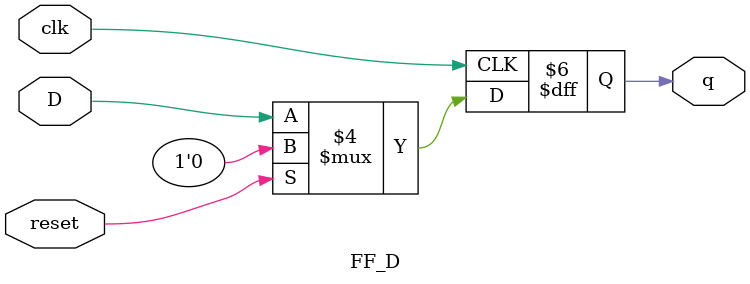
<source format=v>
/* SIPO Declaration*/
module SIPO(
    input I,
    input clk,
    input reset,
    output [2:0] Q);

    FF_D ffd0(I, clk, reset, Q[2]);
    FF_D ffd1(Q[2], clk, reset, Q[1]);
    FF_D ffd2(Q[1], clk, reset, Q[0]);
    // FF_D ffd3(Q[1], clk, reset, Q[0]);
endmodule

/* PISO Declaration 
    Shift = 0
    Note: Shift first value is setted in 0.
    -> In class we see that we use the first value of the Input. In this case I[0]
    -> This PISO set the shiffting first value always in 0 for multiplier purposes.
    --------
    Load = 1 
*/
module PISO(
    input [3:0] I,
    input SL,
    input clk,
    input reset,
    output Q_out);

    reg [3:0] Q;

    assign Q_out = Q[0];

    always @(posedge clk) begin
        if (reset)
            Q <= 4'b0000;
        else if(SL && !reset) begin
            Q <= I;
        end else if(!SL && !reset) begin
            Q <= {Q[3], Q[3:1]};
            Q[3] <= 1'b0;  
        end
    end
endmodule

/* Legacy PISO code
Note: Timing diagrams reverse the array slots resulting in inverse Shifting.
      -> This Legacy PISO only works for Loading but not for shifting.
*/
// module PISO(
//     input [3:0] I,
//     input SL,
//     input clk,
//     input reset,
//     output [3:0] Q);

//     wire [2:0] m_Out;
//     wire [3:0] Q;

//     FF_D ff0(I[0], clk, reset, Q[0]);

//     MUX mux0(I[1], Q[0], SL, m_Out[0]);
//     FF_D ff1(m_Out[0], clk, reset, Q[1]);

//     MUX mux1(I[2], Q[1], SL, m_Out[1]);
//     FF_D ff2(m_Out[1], clk, reset, Q[2]);

//     MUX mux2(I[3], Q[2], SL, m_Out[2]);
//     FF_D ff3(m_Out[2], clk, reset, Q[3]);
// endmodule

/* PIPO Declaration */
module PIPO(
    input [3:0] D,
    input clk,
    input reset,
    output [3:0] Q);
    
    wire [3:0] Q;

    FF_D ff0(D[0], clk, reset, Q[0]);
    FF_D ff1(D[1], clk, reset, Q[1]);
    FF_D ff2(D[2], clk, reset, Q[2]);
    FF_D ff3(D[3], clk, reset, Q[3]);
endmodule


/* FF D Declaration */
module FF_D(
    input D,
    input clk,
    input reset,
    output q);

    reg q;

    always @(posedge clk) begin
        if(reset == 1) begin
            q <= 0;
        end else begin
            q <= D;
        end
    end 

endmodule
</source>
